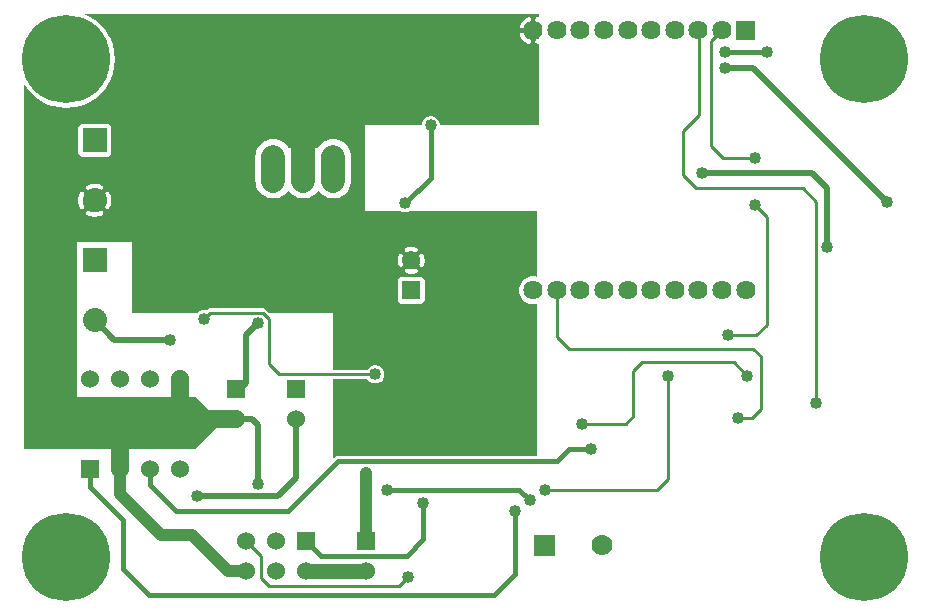
<source format=gbr>
G04 start of page 3 for group 1 idx 1 *
G04 Title: (unknown), solder *
G04 Creator: pcb 20110918 *
G04 CreationDate: Thu 28 Mar 2013 10:59:42 PM GMT UTC *
G04 For: railfan *
G04 Format: Gerber/RS-274X *
G04 PCB-Dimensions: 300000 200000 *
G04 PCB-Coordinate-Origin: lower left *
%MOIN*%
%FSLAX25Y25*%
%LNBOTTOM*%
%ADD56C,0.0450*%
%ADD55C,0.0280*%
%ADD54C,0.0480*%
%ADD53C,0.0380*%
%ADD52C,0.0250*%
%ADD51C,0.0320*%
%ADD50C,0.1285*%
%ADD49C,0.0787*%
%ADD48C,0.0700*%
%ADD47C,0.0640*%
%ADD46C,0.2937*%
%ADD45C,0.0500*%
%ADD44C,0.0400*%
%ADD43C,0.0600*%
%ADD42C,0.0800*%
%ADD41C,0.0200*%
%ADD40C,0.0150*%
%ADD39C,0.0100*%
%ADD38C,0.0001*%
G54D38*G36*
X170065Y194526D02*X170083Y194551D01*
X170268Y194772D01*
X170472Y194976D01*
X170693Y195161D01*
X170930Y195325D01*
X171181Y195467D01*
X171444Y195586D01*
X171551Y195636D01*
X171647Y195704D01*
X171731Y195787D01*
X171802Y195881D01*
X171857Y195986D01*
X171862Y196000D01*
X173395D01*
X173400Y195984D01*
X173455Y195880D01*
X173526Y195784D01*
X173611Y195702D01*
X173708Y195633D01*
X173815Y195583D01*
X174079Y195467D01*
X174330Y195325D01*
X174500Y195208D01*
Y190021D01*
X174330Y189903D01*
X174079Y189761D01*
X173816Y189642D01*
X173709Y189592D01*
X173613Y189524D01*
X173529Y189441D01*
X173458Y189347D01*
X173403Y189242D01*
X173365Y189130D01*
X173345Y189014D01*
X173344Y188896D01*
X173360Y188779D01*
X173395Y188667D01*
X173448Y188561D01*
X173516Y188464D01*
X173598Y188380D01*
X173693Y188309D01*
X173797Y188254D01*
X173909Y188216D01*
X174025Y188196D01*
X174144Y188195D01*
X174260Y188212D01*
X174372Y188249D01*
X174500Y188305D01*
Y161000D01*
X170065D01*
Y188673D01*
X170131Y188628D01*
X170500Y188419D01*
X170886Y188244D01*
X170999Y188208D01*
X171116Y188191D01*
X171235Y188193D01*
X171352Y188213D01*
X171464Y188251D01*
X171569Y188306D01*
X171664Y188377D01*
X171747Y188462D01*
X171815Y188559D01*
X171868Y188665D01*
X171903Y188779D01*
X171920Y188896D01*
X171918Y189014D01*
X171898Y189131D01*
X171860Y189244D01*
X171805Y189349D01*
X171734Y189444D01*
X171649Y189526D01*
X171552Y189595D01*
X171445Y189645D01*
X171181Y189761D01*
X170930Y189903D01*
X170693Y190067D01*
X170472Y190252D01*
X170268Y190456D01*
X170083Y190677D01*
X170065Y190702D01*
Y194526D01*
G37*
G36*
X111000Y196000D02*X169369D01*
X169157Y195788D01*
X168885Y195462D01*
X168644Y195113D01*
X168435Y194744D01*
X168260Y194358D01*
X168224Y194245D01*
X168207Y194128D01*
X168209Y194009D01*
X168229Y193892D01*
X168267Y193780D01*
X168322Y193675D01*
X168393Y193580D01*
X168478Y193497D01*
X168575Y193429D01*
X168681Y193376D01*
X168795Y193341D01*
X168912Y193324D01*
X169030Y193326D01*
X169147Y193346D01*
X169260Y193384D01*
X169364Y193439D01*
X169460Y193510D01*
X169542Y193595D01*
X169611Y193692D01*
X169661Y193799D01*
X169777Y194063D01*
X169919Y194314D01*
X170065Y194526D01*
Y190702D01*
X169919Y190914D01*
X169777Y191165D01*
X169658Y191428D01*
X169608Y191535D01*
X169540Y191631D01*
X169457Y191715D01*
X169363Y191786D01*
X169258Y191841D01*
X169146Y191879D01*
X169030Y191899D01*
X168912Y191900D01*
X168795Y191884D01*
X168683Y191849D01*
X168577Y191796D01*
X168480Y191728D01*
X168396Y191646D01*
X168325Y191551D01*
X168270Y191447D01*
X168232Y191335D01*
X168212Y191219D01*
X168211Y191100D01*
X168228Y190984D01*
X168265Y190872D01*
X168435Y190484D01*
X168644Y190115D01*
X168885Y189766D01*
X169157Y189440D01*
X169456Y189141D01*
X169782Y188869D01*
X170065Y188673D01*
Y161000D01*
X141500D01*
X141472Y161471D01*
X141362Y161930D01*
X141181Y162366D01*
X140935Y162769D01*
X140628Y163128D01*
X140269Y163435D01*
X139866Y163681D01*
X139430Y163862D01*
X138971Y163972D01*
X138500Y164009D01*
X138029Y163972D01*
X137570Y163862D01*
X137134Y163681D01*
X136731Y163435D01*
X136372Y163128D01*
X136065Y162769D01*
X135819Y162366D01*
X135638Y161930D01*
X135528Y161471D01*
X135491Y161000D01*
X111000D01*
Y196000D01*
G37*
G36*
X174500Y198000D02*Y196927D01*
X174374Y196984D01*
X174261Y197020D01*
X174144Y197037D01*
X174025Y197035D01*
X173908Y197015D01*
X173796Y196977D01*
X173691Y196922D01*
X173596Y196851D01*
X173513Y196766D01*
X173445Y196669D01*
X173392Y196563D01*
X173357Y196449D01*
X173340Y196332D01*
X173342Y196214D01*
X173362Y196097D01*
X173400Y195984D01*
X173455Y195880D01*
X173526Y195784D01*
X173611Y195702D01*
X173708Y195633D01*
X173815Y195583D01*
X174079Y195467D01*
X174330Y195325D01*
X174500Y195208D01*
Y190021D01*
X174330Y189903D01*
X174079Y189761D01*
X173816Y189642D01*
X173709Y189592D01*
X173613Y189524D01*
X173529Y189441D01*
X173458Y189347D01*
X173403Y189242D01*
X173365Y189130D01*
X173345Y189014D01*
X173344Y188896D01*
X173360Y188779D01*
X173395Y188667D01*
X173448Y188561D01*
X173516Y188464D01*
X173598Y188380D01*
X173693Y188309D01*
X173797Y188254D01*
X173909Y188216D01*
X174025Y188196D01*
X174144Y188195D01*
X174260Y188212D01*
X174372Y188249D01*
X174500Y188305D01*
Y186500D01*
X170062D01*
Y188676D01*
X170131Y188628D01*
X170500Y188419D01*
X170886Y188244D01*
X170999Y188208D01*
X171116Y188191D01*
X171235Y188193D01*
X171352Y188213D01*
X171464Y188251D01*
X171569Y188306D01*
X171664Y188377D01*
X171747Y188462D01*
X171815Y188559D01*
X171868Y188665D01*
X171903Y188779D01*
X171920Y188896D01*
X171918Y189014D01*
X171898Y189131D01*
X171860Y189244D01*
X171805Y189349D01*
X171734Y189444D01*
X171649Y189526D01*
X171552Y189595D01*
X171445Y189645D01*
X171181Y189761D01*
X170930Y189903D01*
X170693Y190067D01*
X170472Y190252D01*
X170268Y190456D01*
X170083Y190677D01*
X170062Y190707D01*
Y194521D01*
X170083Y194551D01*
X170268Y194772D01*
X170472Y194976D01*
X170693Y195161D01*
X170930Y195325D01*
X171181Y195467D01*
X171444Y195586D01*
X171551Y195636D01*
X171647Y195704D01*
X171731Y195787D01*
X171802Y195881D01*
X171857Y195986D01*
X171895Y196098D01*
X171915Y196214D01*
X171916Y196332D01*
X171900Y196449D01*
X171865Y196561D01*
X171812Y196667D01*
X171744Y196764D01*
X171662Y196848D01*
X171567Y196919D01*
X171463Y196974D01*
X171351Y197012D01*
X171235Y197032D01*
X171116Y197033D01*
X171000Y197016D01*
X170888Y196979D01*
X170500Y196809D01*
X170131Y196600D01*
X170062Y196552D01*
Y198000D01*
X174500D01*
G37*
G36*
X170062Y186500D02*X32803D01*
X32439Y188017D01*
X31465Y190370D01*
X30134Y192542D01*
X28479Y194479D01*
X26542Y196134D01*
X24370Y197465D01*
X23077Y198000D01*
X170062D01*
Y196552D01*
X169782Y196359D01*
X169456Y196087D01*
X169157Y195788D01*
X168885Y195462D01*
X168644Y195113D01*
X168435Y194744D01*
X168260Y194358D01*
X168224Y194245D01*
X168207Y194128D01*
X168209Y194009D01*
X168229Y193892D01*
X168267Y193780D01*
X168322Y193675D01*
X168393Y193580D01*
X168478Y193497D01*
X168575Y193429D01*
X168681Y193376D01*
X168795Y193341D01*
X168912Y193324D01*
X169030Y193326D01*
X169147Y193346D01*
X169260Y193384D01*
X169364Y193439D01*
X169460Y193510D01*
X169542Y193595D01*
X169611Y193692D01*
X169661Y193799D01*
X169777Y194063D01*
X169919Y194314D01*
X170062Y194521D01*
Y190707D01*
X169919Y190914D01*
X169777Y191165D01*
X169658Y191428D01*
X169608Y191535D01*
X169540Y191631D01*
X169457Y191715D01*
X169363Y191786D01*
X169258Y191841D01*
X169146Y191879D01*
X169030Y191899D01*
X168912Y191900D01*
X168795Y191884D01*
X168683Y191849D01*
X168577Y191796D01*
X168480Y191728D01*
X168396Y191646D01*
X168325Y191551D01*
X168270Y191447D01*
X168232Y191335D01*
X168212Y191219D01*
X168211Y191100D01*
X168228Y190984D01*
X168265Y190872D01*
X168435Y190484D01*
X168644Y190115D01*
X168885Y189766D01*
X169157Y189440D01*
X169456Y189141D01*
X169782Y188869D01*
X170062Y188676D01*
Y186500D01*
G37*
G36*
X96000Y196000D02*X116500D01*
Y122000D01*
X96000D01*
Y136608D01*
X96932Y136681D01*
X97840Y136899D01*
X98704Y137257D01*
X99500Y137745D01*
X100211Y138352D01*
X100818Y139063D01*
X101000Y139360D01*
X101182Y139063D01*
X101789Y138352D01*
X102500Y137745D01*
X103296Y137257D01*
X104160Y136899D01*
X105068Y136681D01*
X106000Y136608D01*
X106932Y136681D01*
X107840Y136899D01*
X108704Y137257D01*
X109500Y137745D01*
X110211Y138352D01*
X110818Y139063D01*
X111306Y139859D01*
X111664Y140723D01*
X111882Y141631D01*
X111937Y142563D01*
Y150437D01*
X111882Y151369D01*
X111664Y152277D01*
X111306Y153141D01*
X110818Y153937D01*
X110211Y154648D01*
X109500Y155255D01*
X108704Y155743D01*
X107840Y156101D01*
X106932Y156319D01*
X106000Y156392D01*
X105068Y156319D01*
X104160Y156101D01*
X103296Y155743D01*
X102500Y155255D01*
X101789Y154648D01*
X101182Y153937D01*
X101000Y153640D01*
X100818Y153937D01*
X100211Y154648D01*
X99500Y155255D01*
X98704Y155743D01*
X97840Y156101D01*
X96932Y156319D01*
X96000Y156392D01*
Y196000D01*
G37*
G36*
X30993Y174860D02*X31465Y175630D01*
X32439Y177983D01*
X33034Y180460D01*
X33184Y183000D01*
X33034Y185540D01*
X32439Y188017D01*
X31465Y190370D01*
X30993Y191140D01*
Y196000D01*
X96000D01*
Y156392D01*
X95068Y156319D01*
X94160Y156101D01*
X93296Y155743D01*
X92500Y155255D01*
X91789Y154648D01*
X91182Y153937D01*
X91000Y153640D01*
X90818Y153937D01*
X90211Y154648D01*
X89500Y155255D01*
X88704Y155743D01*
X87840Y156101D01*
X86932Y156319D01*
X86000Y156392D01*
X85068Y156319D01*
X84160Y156101D01*
X83296Y155743D01*
X82500Y155255D01*
X81789Y154648D01*
X81182Y153937D01*
X80694Y153141D01*
X80336Y152277D01*
X80118Y151369D01*
X80063Y150437D01*
Y142563D01*
X80118Y141631D01*
X80336Y140723D01*
X80694Y139859D01*
X81182Y139063D01*
X81789Y138352D01*
X82500Y137745D01*
X83296Y137257D01*
X84160Y136899D01*
X85068Y136681D01*
X86000Y136608D01*
X86932Y136681D01*
X87840Y136899D01*
X88704Y137257D01*
X89500Y137745D01*
X90211Y138352D01*
X90818Y139063D01*
X91000Y139360D01*
X91182Y139063D01*
X91789Y138352D01*
X92500Y137745D01*
X93296Y137257D01*
X94160Y136899D01*
X95068Y136681D01*
X96000Y136608D01*
Y122000D01*
X30993D01*
Y133145D01*
X31078Y133181D01*
X31179Y133243D01*
X31269Y133319D01*
X31345Y133409D01*
X31405Y133511D01*
X31622Y133980D01*
X31789Y134469D01*
X31909Y134972D01*
X31982Y135484D01*
X32006Y136000D01*
X31982Y136516D01*
X31909Y137028D01*
X31789Y137531D01*
X31622Y138020D01*
X31410Y138492D01*
X31349Y138593D01*
X31272Y138684D01*
X31182Y138761D01*
X31080Y138823D01*
X30993Y138860D01*
Y150580D01*
X31183Y150659D01*
X31384Y150783D01*
X31564Y150936D01*
X31717Y151116D01*
X31841Y151317D01*
X31931Y151535D01*
X31986Y151765D01*
X32000Y152000D01*
X31986Y160235D01*
X31931Y160465D01*
X31841Y160683D01*
X31717Y160884D01*
X31564Y161064D01*
X31384Y161217D01*
X31183Y161341D01*
X30993Y161420D01*
Y174860D01*
G37*
G36*
Y122000D02*X26500D01*
Y130494D01*
X27016Y130518D01*
X27528Y130591D01*
X28031Y130711D01*
X28520Y130878D01*
X28992Y131090D01*
X29093Y131151D01*
X29184Y131228D01*
X29261Y131318D01*
X29323Y131420D01*
X29369Y131529D01*
X29397Y131645D01*
X29406Y131763D01*
X29397Y131881D01*
X29370Y131997D01*
X29324Y132107D01*
X29262Y132208D01*
X29186Y132298D01*
X29095Y132376D01*
X28994Y132438D01*
X28885Y132484D01*
X28769Y132511D01*
X28651Y132521D01*
X28532Y132512D01*
X28417Y132484D01*
X28308Y132437D01*
X27968Y132279D01*
X27612Y132158D01*
X27247Y132070D01*
X26875Y132018D01*
X26500Y132000D01*
Y140000D01*
X26875Y139982D01*
X27247Y139930D01*
X27612Y139842D01*
X27968Y139721D01*
X28310Y139567D01*
X28418Y139520D01*
X28533Y139493D01*
X28651Y139483D01*
X28768Y139493D01*
X28883Y139521D01*
X28992Y139566D01*
X29093Y139628D01*
X29182Y139705D01*
X29259Y139795D01*
X29320Y139895D01*
X29365Y140004D01*
X29393Y140119D01*
X29402Y140237D01*
X29392Y140355D01*
X29365Y140469D01*
X29319Y140578D01*
X29257Y140679D01*
X29181Y140769D01*
X29091Y140845D01*
X28989Y140905D01*
X28520Y141122D01*
X28031Y141289D01*
X27528Y141409D01*
X27016Y141482D01*
X26500Y141506D01*
Y150507D01*
X30735Y150514D01*
X30965Y150569D01*
X30993Y150580D01*
Y138860D01*
X30971Y138869D01*
X30855Y138897D01*
X30737Y138906D01*
X30619Y138897D01*
X30503Y138870D01*
X30393Y138824D01*
X30292Y138762D01*
X30202Y138686D01*
X30124Y138595D01*
X30062Y138494D01*
X30016Y138385D01*
X29989Y138269D01*
X29979Y138151D01*
X29988Y138032D01*
X30016Y137917D01*
X30063Y137808D01*
X30221Y137468D01*
X30342Y137112D01*
X30430Y136747D01*
X30482Y136375D01*
X30500Y136000D01*
X30482Y135625D01*
X30430Y135253D01*
X30342Y134888D01*
X30221Y134532D01*
X30067Y134190D01*
X30020Y134082D01*
X29993Y133967D01*
X29983Y133849D01*
X29993Y133732D01*
X30021Y133617D01*
X30066Y133508D01*
X30128Y133407D01*
X30205Y133318D01*
X30295Y133241D01*
X30395Y133180D01*
X30504Y133135D01*
X30619Y133107D01*
X30737Y133098D01*
X30855Y133108D01*
X30969Y133135D01*
X30993Y133145D01*
Y122000D01*
G37*
G36*
Y191140D02*X30134Y192542D01*
X28479Y194479D01*
X26698Y196000D01*
X30993D01*
Y191140D01*
G37*
G36*
X26500Y169841D02*X26542Y169866D01*
X28479Y171521D01*
X30134Y173458D01*
X30993Y174860D01*
Y161420D01*
X30965Y161431D01*
X30735Y161486D01*
X30500Y161500D01*
X26500Y161493D01*
Y169841D01*
G37*
G36*
X22007Y150580D02*X22035Y150569D01*
X22265Y150514D01*
X22500Y150500D01*
X26500Y150507D01*
Y141506D01*
X26500D01*
X25984Y141482D01*
X25472Y141409D01*
X24969Y141289D01*
X24480Y141122D01*
X24008Y140910D01*
X23907Y140849D01*
X23816Y140772D01*
X23739Y140682D01*
X23677Y140580D01*
X23631Y140471D01*
X23603Y140355D01*
X23594Y140237D01*
X23603Y140119D01*
X23630Y140003D01*
X23676Y139893D01*
X23738Y139792D01*
X23814Y139702D01*
X23905Y139624D01*
X24006Y139562D01*
X24115Y139516D01*
X24231Y139489D01*
X24349Y139479D01*
X24468Y139488D01*
X24583Y139516D01*
X24692Y139563D01*
X25032Y139721D01*
X25388Y139842D01*
X25753Y139930D01*
X26125Y139982D01*
X26500Y140000D01*
Y132000D01*
X26125Y132018D01*
X25753Y132070D01*
X25388Y132158D01*
X25032Y132279D01*
X24690Y132433D01*
X24582Y132480D01*
X24467Y132507D01*
X24349Y132517D01*
X24232Y132507D01*
X24117Y132479D01*
X24008Y132434D01*
X23907Y132372D01*
X23818Y132295D01*
X23741Y132205D01*
X23680Y132105D01*
X23635Y131996D01*
X23607Y131881D01*
X23598Y131763D01*
X23608Y131645D01*
X23635Y131531D01*
X23681Y131422D01*
X23743Y131321D01*
X23819Y131231D01*
X23909Y131155D01*
X24011Y131095D01*
X24480Y130878D01*
X24969Y130711D01*
X25472Y130591D01*
X25984Y130518D01*
X26500Y130494D01*
X26500D01*
Y122000D01*
X22007D01*
Y133140D01*
X22029Y133131D01*
X22145Y133103D01*
X22263Y133094D01*
X22381Y133103D01*
X22497Y133130D01*
X22607Y133176D01*
X22708Y133238D01*
X22798Y133314D01*
X22876Y133405D01*
X22938Y133506D01*
X22984Y133615D01*
X23011Y133731D01*
X23021Y133849D01*
X23012Y133968D01*
X22984Y134083D01*
X22937Y134192D01*
X22779Y134532D01*
X22658Y134888D01*
X22570Y135253D01*
X22518Y135625D01*
X22500Y136000D01*
X22518Y136375D01*
X22570Y136747D01*
X22658Y137112D01*
X22779Y137468D01*
X22933Y137810D01*
X22980Y137918D01*
X23007Y138033D01*
X23017Y138151D01*
X23007Y138268D01*
X22979Y138383D01*
X22934Y138492D01*
X22872Y138593D01*
X22795Y138682D01*
X22705Y138759D01*
X22605Y138820D01*
X22496Y138865D01*
X22381Y138893D01*
X22263Y138902D01*
X22145Y138892D01*
X22031Y138865D01*
X22007Y138855D01*
Y150580D01*
G37*
G36*
Y167558D02*X22017Y167561D01*
X24370Y168535D01*
X26500Y169841D01*
Y161493D01*
X22265Y161486D01*
X22035Y161431D01*
X22007Y161420D01*
Y167558D01*
G37*
G36*
X12500Y122000D02*Y167437D01*
X14460Y166966D01*
X17000Y166766D01*
X19540Y166966D01*
X22007Y167558D01*
Y161420D01*
X21817Y161341D01*
X21616Y161217D01*
X21436Y161064D01*
X21283Y160884D01*
X21159Y160683D01*
X21069Y160465D01*
X21014Y160235D01*
X21000Y160000D01*
X21014Y151765D01*
X21069Y151535D01*
X21159Y151317D01*
X21283Y151116D01*
X21436Y150936D01*
X21616Y150783D01*
X21817Y150659D01*
X22007Y150580D01*
Y138855D01*
X21922Y138819D01*
X21821Y138757D01*
X21731Y138681D01*
X21655Y138591D01*
X21595Y138489D01*
X21378Y138020D01*
X21211Y137531D01*
X21091Y137028D01*
X21018Y136516D01*
X20994Y136000D01*
X21018Y135484D01*
X21091Y134972D01*
X21211Y134469D01*
X21378Y133980D01*
X21590Y133508D01*
X21651Y133407D01*
X21728Y133316D01*
X21818Y133239D01*
X21920Y133177D01*
X22007Y133140D01*
Y122000D01*
X12500D01*
G37*
G36*
X135613Y132500D02*X174000D01*
Y110505D01*
X173368Y110656D01*
X172630Y110714D01*
X171892Y110656D01*
X171173Y110484D01*
X170490Y110201D01*
X169859Y109814D01*
X169296Y109334D01*
X168816Y108771D01*
X168429Y108140D01*
X168146Y107457D01*
X167974Y106738D01*
X167916Y106000D01*
X167974Y105262D01*
X168146Y104543D01*
X168429Y103860D01*
X168816Y103229D01*
X169296Y102666D01*
X169859Y102186D01*
X170490Y101799D01*
X171173Y101516D01*
X171892Y101344D01*
X172630Y101286D01*
X173368Y101344D01*
X174000Y101495D01*
Y50750D01*
X135613D01*
Y101630D01*
X135683Y101659D01*
X135884Y101783D01*
X136064Y101936D01*
X136217Y102116D01*
X136341Y102317D01*
X136431Y102535D01*
X136486Y102765D01*
X136500Y103000D01*
X136486Y109235D01*
X136431Y109465D01*
X136341Y109683D01*
X136217Y109884D01*
X136064Y110064D01*
X135884Y110217D01*
X135683Y110341D01*
X135613Y110370D01*
Y113853D01*
X135656Y113860D01*
X135768Y113897D01*
X135873Y113952D01*
X135968Y114022D01*
X136051Y114106D01*
X136119Y114202D01*
X136170Y114308D01*
X136318Y114716D01*
X136422Y115137D01*
X136484Y115567D01*
X136505Y116000D01*
X136484Y116433D01*
X136422Y116863D01*
X136318Y117284D01*
X136175Y117694D01*
X136122Y117800D01*
X136053Y117896D01*
X135970Y117981D01*
X135875Y118051D01*
X135769Y118106D01*
X135657Y118143D01*
X135613Y118151D01*
Y132500D01*
G37*
G36*
Y50750D02*X132000D01*
Y101507D01*
X135235Y101514D01*
X135465Y101569D01*
X135613Y101630D01*
Y50750D01*
G37*
G36*
X132000Y132500D02*X135613D01*
Y118151D01*
X135540Y118163D01*
X135421Y118164D01*
X135304Y118146D01*
X135191Y118110D01*
X135085Y118057D01*
X134988Y117988D01*
X134904Y117905D01*
X134833Y117809D01*
X134779Y117704D01*
X134741Y117592D01*
X134722Y117475D01*
X134721Y117356D01*
X134739Y117239D01*
X134777Y117126D01*
X134876Y116855D01*
X134944Y116575D01*
X134986Y116289D01*
X135000Y116000D01*
X134986Y115711D01*
X134944Y115425D01*
X134876Y115145D01*
X134780Y114872D01*
X134742Y114761D01*
X134725Y114644D01*
X134725Y114526D01*
X134745Y114409D01*
X134782Y114297D01*
X134836Y114193D01*
X134906Y114098D01*
X134991Y114015D01*
X135087Y113946D01*
X135192Y113893D01*
X135305Y113857D01*
X135421Y113840D01*
X135539Y113841D01*
X135613Y113853D01*
Y110370D01*
X135465Y110431D01*
X135235Y110486D01*
X135000Y110500D01*
X132000Y110493D01*
Y111495D01*
X132433Y111516D01*
X132863Y111578D01*
X133284Y111682D01*
X133694Y111825D01*
X133800Y111878D01*
X133896Y111947D01*
X133981Y112030D01*
X134051Y112125D01*
X134106Y112231D01*
X134143Y112343D01*
X134163Y112460D01*
X134164Y112579D01*
X134146Y112696D01*
X134110Y112809D01*
X134057Y112915D01*
X133988Y113012D01*
X133905Y113096D01*
X133809Y113167D01*
X133704Y113221D01*
X133592Y113259D01*
X133475Y113278D01*
X133356Y113279D01*
X133239Y113261D01*
X133126Y113223D01*
X132855Y113124D01*
X132575Y113056D01*
X132289Y113014D01*
X132000Y113000D01*
Y119000D01*
X132289Y118986D01*
X132575Y118944D01*
X132855Y118876D01*
X133128Y118780D01*
X133239Y118742D01*
X133356Y118725D01*
X133474Y118725D01*
X133591Y118745D01*
X133703Y118782D01*
X133807Y118836D01*
X133902Y118906D01*
X133985Y118991D01*
X134054Y119087D01*
X134107Y119192D01*
X134143Y119305D01*
X134160Y119421D01*
X134159Y119539D01*
X134140Y119656D01*
X134103Y119768D01*
X134048Y119873D01*
X133978Y119968D01*
X133894Y120051D01*
X133798Y120119D01*
X133692Y120170D01*
X133284Y120318D01*
X132863Y120422D01*
X132433Y120484D01*
X132000Y120505D01*
Y132500D01*
G37*
G36*
X128387Y101630D02*X128535Y101569D01*
X128765Y101514D01*
X129000Y101500D01*
X132000Y101507D01*
Y50750D01*
X128387D01*
Y101630D01*
G37*
G36*
Y132470D02*X128634Y132319D01*
X129070Y132138D01*
X129529Y132028D01*
X130000Y131991D01*
X130471Y132028D01*
X130930Y132138D01*
X131366Y132319D01*
X131662Y132500D01*
X132000D01*
Y120505D01*
X131567Y120484D01*
X131137Y120422D01*
X130716Y120318D01*
X130306Y120175D01*
X130200Y120122D01*
X130104Y120053D01*
X130019Y119970D01*
X129949Y119875D01*
X129894Y119769D01*
X129857Y119657D01*
X129837Y119540D01*
X129836Y119421D01*
X129854Y119304D01*
X129890Y119191D01*
X129943Y119085D01*
X130012Y118988D01*
X130095Y118904D01*
X130191Y118833D01*
X130296Y118779D01*
X130408Y118741D01*
X130525Y118722D01*
X130644Y118721D01*
X130761Y118739D01*
X130874Y118777D01*
X131145Y118876D01*
X131425Y118944D01*
X131711Y118986D01*
X132000Y119000D01*
Y113000D01*
X131711Y113014D01*
X131425Y113056D01*
X131145Y113124D01*
X130872Y113220D01*
X130761Y113258D01*
X130644Y113275D01*
X130526Y113275D01*
X130409Y113255D01*
X130297Y113218D01*
X130193Y113164D01*
X130098Y113094D01*
X130015Y113009D01*
X129946Y112913D01*
X129893Y112808D01*
X129857Y112695D01*
X129840Y112579D01*
X129841Y112461D01*
X129860Y112344D01*
X129897Y112232D01*
X129952Y112127D01*
X130022Y112032D01*
X130106Y111949D01*
X130202Y111881D01*
X130308Y111830D01*
X130716Y111682D01*
X131137Y111578D01*
X131567Y111516D01*
X132000Y111495D01*
Y110493D01*
X128765Y110486D01*
X128535Y110431D01*
X128387Y110370D01*
Y113849D01*
X128460Y113837D01*
X128579Y113836D01*
X128696Y113854D01*
X128809Y113890D01*
X128915Y113943D01*
X129012Y114012D01*
X129096Y114095D01*
X129167Y114191D01*
X129221Y114296D01*
X129259Y114408D01*
X129278Y114525D01*
X129279Y114644D01*
X129261Y114761D01*
X129223Y114874D01*
X129124Y115145D01*
X129056Y115425D01*
X129014Y115711D01*
X129000Y116000D01*
X129014Y116289D01*
X129056Y116575D01*
X129124Y116855D01*
X129220Y117128D01*
X129258Y117239D01*
X129275Y117356D01*
X129275Y117474D01*
X129255Y117591D01*
X129218Y117703D01*
X129164Y117807D01*
X129094Y117902D01*
X129009Y117985D01*
X128913Y118054D01*
X128808Y118107D01*
X128695Y118143D01*
X128579Y118160D01*
X128461Y118159D01*
X128387Y118147D01*
Y132470D01*
G37*
G36*
X106000Y132500D02*X128338D01*
X128387Y132470D01*
Y118147D01*
X128344Y118140D01*
X128232Y118103D01*
X128127Y118048D01*
X128032Y117978D01*
X127949Y117894D01*
X127881Y117798D01*
X127830Y117692D01*
X127682Y117284D01*
X127578Y116863D01*
X127516Y116433D01*
X127495Y116000D01*
X127516Y115567D01*
X127578Y115137D01*
X127682Y114716D01*
X127825Y114306D01*
X127878Y114200D01*
X127947Y114104D01*
X128030Y114019D01*
X128125Y113949D01*
X128231Y113894D01*
X128343Y113857D01*
X128387Y113849D01*
Y110370D01*
X128317Y110341D01*
X128116Y110217D01*
X127936Y110064D01*
X127783Y109884D01*
X127659Y109683D01*
X127569Y109465D01*
X127514Y109235D01*
X127500Y109000D01*
X127514Y102765D01*
X127569Y102535D01*
X127659Y102317D01*
X127783Y102116D01*
X127936Y101936D01*
X128116Y101783D01*
X128317Y101659D01*
X128387Y101630D01*
Y50750D01*
X107569D01*
X107500Y50755D01*
X107225Y50734D01*
X106958Y50669D01*
X106703Y50564D01*
X106468Y50420D01*
X106259Y50241D01*
X106214Y50189D01*
X106025Y50000D01*
X106000D01*
Y76500D01*
X117401D01*
X117565Y76231D01*
X117872Y75872D01*
X118231Y75565D01*
X118634Y75319D01*
X119070Y75138D01*
X119529Y75028D01*
X120000Y74991D01*
X120471Y75028D01*
X120930Y75138D01*
X121366Y75319D01*
X121769Y75565D01*
X122128Y75872D01*
X122435Y76231D01*
X122681Y76634D01*
X122862Y77070D01*
X122972Y77529D01*
X123000Y78000D01*
X122972Y78471D01*
X122862Y78930D01*
X122681Y79366D01*
X122435Y79769D01*
X122128Y80128D01*
X121769Y80435D01*
X121366Y80681D01*
X120930Y80862D01*
X120471Y80972D01*
X120000Y81009D01*
X119529Y80972D01*
X119070Y80862D01*
X118634Y80681D01*
X118231Y80435D01*
X117872Y80128D01*
X117565Y79769D01*
X117401Y79500D01*
X106000D01*
Y132500D01*
G37*
G36*
X39000Y128000D02*X111500D01*
Y98500D01*
X84621D01*
X83602Y99519D01*
X83564Y99564D01*
X83384Y99717D01*
X83183Y99841D01*
X82965Y99931D01*
X82735Y99986D01*
X82735Y99986D01*
X82500Y100005D01*
X82441Y100000D01*
X65059D01*
X65000Y100005D01*
X64765Y99986D01*
X64535Y99931D01*
X64317Y99841D01*
X64116Y99717D01*
X64115Y99717D01*
X63936Y99564D01*
X63898Y99519D01*
X63777Y99399D01*
X63471Y99472D01*
X63000Y99509D01*
X62529Y99472D01*
X62070Y99362D01*
X61634Y99181D01*
X61231Y98935D01*
X60872Y98628D01*
X60763Y98500D01*
X39000D01*
Y128000D01*
G37*
G36*
X91000Y153500D02*Y157500D01*
X101000D01*
Y153500D01*
X91000D01*
G37*
G36*
X59000Y53000D02*Y61000D01*
X67000D01*
Y60000D01*
X60000Y53000D01*
X59000D01*
G37*
G36*
X12500Y122000D02*Y131500D01*
X22000D01*
Y122000D01*
X12500D01*
G37*
G36*
X59000Y70500D02*X60000D01*
X64500Y66000D01*
Y65000D01*
X59000D01*
Y70500D01*
G37*
G36*
X15995Y124000D02*X20500D01*
Y76676D01*
X20486Y76500D01*
X20500Y76324D01*
Y65646D01*
X20254Y65358D01*
X19925Y64822D01*
X19684Y64240D01*
X19537Y63628D01*
X19488Y63000D01*
X19537Y62372D01*
X19684Y61760D01*
X19925Y61178D01*
X20254Y60642D01*
X20500Y60354D01*
Y53000D01*
X15995D01*
Y62491D01*
X16000Y62491D01*
X16471Y62528D01*
X16930Y62638D01*
X17366Y62819D01*
X17769Y63065D01*
X18128Y63372D01*
X18435Y63731D01*
X18681Y64134D01*
X18862Y64570D01*
X18972Y65029D01*
X19000Y65500D01*
X18972Y65971D01*
X18862Y66430D01*
X18681Y66866D01*
X18435Y67269D01*
X18128Y67628D01*
X17769Y67935D01*
X17366Y68181D01*
X16930Y68362D01*
X16471Y68472D01*
X16000Y68509D01*
X15995Y68509D01*
Y124000D01*
G37*
G36*
X12500D02*X15995D01*
Y68509D01*
X15529Y68472D01*
X15070Y68362D01*
X14634Y68181D01*
X14231Y67935D01*
X13872Y67628D01*
X13565Y67269D01*
X13319Y66866D01*
X13138Y66430D01*
X13028Y65971D01*
X12991Y65500D01*
X13028Y65029D01*
X13138Y64570D01*
X13319Y64134D01*
X13565Y63731D01*
X13872Y63372D01*
X14231Y63065D01*
X14634Y62819D01*
X15070Y62638D01*
X15529Y62528D01*
X15995Y62491D01*
Y53000D01*
X12500D01*
Y124000D01*
G37*
G36*
Y53000D02*Y70500D01*
X60000D01*
Y53000D01*
X12500D01*
G37*
G36*
X17000D02*X3000D01*
Y174872D01*
X3866Y173458D01*
X5521Y171521D01*
X7458Y169866D01*
X9630Y168535D01*
X11983Y167561D01*
X14460Y166966D01*
X17000Y166766D01*
Y68333D01*
X16930Y68362D01*
X16471Y68472D01*
X16000Y68509D01*
X15529Y68472D01*
X15070Y68362D01*
X14634Y68181D01*
X14231Y67935D01*
X13872Y67628D01*
X13565Y67269D01*
X13319Y66866D01*
X13138Y66430D01*
X13028Y65971D01*
X12991Y65500D01*
X13028Y65029D01*
X13138Y64570D01*
X13319Y64134D01*
X13565Y63731D01*
X13872Y63372D01*
X14231Y63065D01*
X14634Y62819D01*
X15070Y62638D01*
X15529Y62528D01*
X16000Y62491D01*
X16471Y62528D01*
X16930Y62638D01*
X17000Y62667D01*
Y53000D01*
G37*
G54D39*X84500Y96500D02*X82500Y98500D01*
G54D40*X138500Y143500D02*X130000Y135000D01*
X138500Y161000D02*Y143500D01*
G54D39*X120000Y78000D02*X88000D01*
X84500Y81500D01*
Y96500D01*
X82500Y98500D02*X65000D01*
G54D41*X77000Y91000D02*X81000Y95000D01*
G54D42*X96000Y146500D02*Y160000D01*
G54D39*X217500Y43000D02*Y77500D01*
X180500Y105996D02*X180504Y106000D01*
X184500Y86500D02*X180500Y90500D01*
Y105996D01*
G54D40*X192000Y53000D02*X184500D01*
G54D39*X189000Y61500D02*X203500D01*
X206000Y64000D01*
Y79000D01*
G54D40*X184500Y53000D02*X180500Y49000D01*
G54D39*X176500Y39500D02*X214000D01*
X217500Y43000D01*
X206000Y79000D02*X209000Y82000D01*
X239500D01*
X244000Y77500D01*
X246000Y86500D02*X184500D01*
X241000Y63500D02*X245500D01*
X248500Y66500D01*
Y84000D01*
X246000Y86500D01*
X65000Y98500D02*X63000Y96500D01*
G54D43*X55000Y76500D02*Y63000D01*
G54D41*X77000Y75000D02*Y91000D01*
Y75000D02*X73500Y71500D01*
X93500Y61500D02*Y43500D01*
X87500Y37500D01*
X60500D01*
X73500Y63000D02*X79000D01*
X81000Y61000D01*
Y41500D01*
G54D40*X53500Y32500D02*X91000D01*
X107500Y49000D02*X91000Y32500D01*
G54D39*X82000Y10000D02*X84500Y7500D01*
G54D44*X71000Y12500D02*X77000D01*
G54D39*Y22500D02*X82000Y17500D01*
Y10000D01*
G54D40*X102000Y17500D02*X97000Y22500D01*
G54D44*X59000Y24500D02*X71000Y12500D01*
G54D40*X45000Y46500D02*Y41000D01*
G54D44*X48500Y24500D02*X59000D01*
G54D40*X25000Y46500D02*Y40500D01*
X36000Y29500D01*
X45000Y41000D02*X53500Y32500D01*
G54D44*X48500Y24500D02*X35000Y38000D01*
G54D40*X36000Y29500D02*Y13000D01*
X44500Y4500D01*
G54D43*X73500Y63000D02*X23500D01*
G54D44*X35000Y38000D02*Y50000D01*
G54D43*Y63000D02*Y46500D01*
G54D41*X51500Y89500D02*X33000D01*
X26500Y96000D01*
G54D44*X117000Y22500D02*Y45000D01*
G54D40*X136000Y23000D02*X130500Y17500D01*
X166500Y33500D02*Y11500D01*
X136000Y35000D02*Y23000D01*
X166500Y11500D02*X159500Y4500D01*
G54D39*X128000Y7500D02*X131000Y10500D01*
G54D40*X130500Y17500D02*X102000D01*
G54D45*X97000Y12500D02*X117000D01*
G54D40*X159500Y4500D02*X44500D01*
G54D39*X84500Y7500D02*X128000D01*
G54D40*X168000Y39500D02*X124000D01*
X171500Y36000D02*X168000Y39500D01*
X180500Y49000D02*X107500D01*
G54D41*X236500Y180000D02*X246000D01*
G54D40*X236500Y185500D02*X250500D01*
G54D39*X228000Y164500D02*Y192362D01*
X227748Y192614D01*
X232000Y154000D02*Y188992D01*
X235622Y192614D01*
G54D41*X246000Y180000D02*X290500Y135500D01*
X270500Y140000D02*X265500Y145000D01*
G54D39*X267000Y135500D02*X262500Y140000D01*
G54D41*X270500Y120500D02*Y140000D01*
G54D39*X237500Y91000D02*X247000D01*
X250500Y94500D01*
Y130500D01*
X246500Y134500D01*
G54D41*X265500Y145000D02*X229000D01*
G54D39*X267000Y68500D02*Y135500D01*
X262500Y140000D02*X227000D01*
X222500Y144500D01*
Y159000D01*
X228000Y164500D01*
X246500Y150000D02*X236000D01*
X232000Y154000D01*
G54D46*X283000Y183000D03*
G54D38*G36*
X240296Y195814D02*Y189414D01*
X246696D01*
Y195814D01*
X240296D01*
G37*
G54D47*X235622Y192614D03*
X227748D03*
X219874D03*
X212000D03*
X204126D03*
X243496Y106000D03*
X235622D03*
X227748D03*
X219874D03*
X212000D03*
X204126D03*
G54D38*G36*
X172788Y24500D02*Y17500D01*
X179788D01*
Y24500D01*
X172788D01*
G37*
G54D48*X195500Y21000D03*
G54D38*G36*
X94000Y25500D02*Y19500D01*
X100000D01*
Y25500D01*
X94000D01*
G37*
G54D43*X87000Y22500D03*
X77000D03*
G54D38*G36*
X114000Y25500D02*Y19500D01*
X120000D01*
Y25500D01*
X114000D01*
G37*
G54D43*X97000Y12500D03*
G54D38*G36*
X90500Y76000D02*Y70000D01*
X96500D01*
Y76000D01*
X90500D01*
G37*
G54D43*X93500Y63000D03*
X87000Y12500D03*
X77000D03*
G54D38*G36*
X70500Y76000D02*Y70000D01*
X76500D01*
Y76000D01*
X70500D01*
G37*
G54D43*X73500Y63000D03*
G54D46*X283000Y17000D03*
G54D43*X117000Y12500D03*
G54D47*X196252Y192614D03*
X188378D03*
X180504D03*
X172630D03*
X196252Y106000D03*
X188378D03*
X180504D03*
G54D46*X17000Y17000D03*
G54D42*X26500Y96000D03*
G54D38*G36*
X22000Y49500D02*Y43500D01*
X28000D01*
Y49500D01*
X22000D01*
G37*
G54D43*X25000Y76500D03*
X35000Y46500D03*
Y76500D03*
X45000Y46500D03*
X55000D03*
Y76500D03*
X45000D03*
G54D47*X172630Y106000D03*
G54D38*G36*
X129000Y109000D02*Y103000D01*
X135000D01*
Y109000D01*
X129000D01*
G37*
G54D43*X132000Y116000D03*
G54D49*X106000Y146500D03*
X96000D03*
G54D38*G36*
X82063Y150437D02*Y142563D01*
X89937D01*
Y150437D01*
X82063D01*
G37*
G54D46*X17000Y183000D03*
G54D38*G36*
X22500Y120000D02*Y112000D01*
X30500D01*
Y120000D01*
X22500D01*
G37*
G36*
Y160000D02*Y152000D01*
X30500D01*
Y160000D01*
X22500D01*
G37*
G54D42*X26500Y136000D03*
G54D49*X96000Y150437D02*Y142563D01*
X106000Y150437D02*Y142563D01*
X86000Y150437D02*Y142563D01*
G54D44*X130000Y135000D03*
X138500Y161000D03*
X121000Y182000D03*
X119500Y195500D03*
X120000Y78000D03*
X113500Y133000D03*
X108500D03*
X148500Y126500D03*
X153500D03*
X246500Y150000D03*
Y134500D03*
X229000Y145000D03*
X270500Y120500D03*
X237500Y91000D03*
X267000Y68500D03*
X244000Y77500D03*
X290500Y135500D03*
X236500Y185500D03*
X250500D03*
X236500Y180000D03*
X241000Y63500D03*
X217500Y77500D03*
X16000Y65500D03*
X189000Y61500D03*
X137000Y66500D03*
X81000Y41500D03*
X131000Y10500D03*
X117000Y45000D03*
X136000Y35000D03*
X124000Y39500D03*
X60500Y37500D03*
X166500Y32500D03*
X171500Y36000D03*
X154000Y53000D03*
X176500Y39500D03*
X152500Y83500D03*
X169000Y71500D03*
X192000Y53000D03*
X16000Y70000D03*
X63000Y96500D03*
X42500Y181000D03*
X37500D03*
X51500Y89500D03*
X96000Y160000D03*
Y165000D03*
Y170000D03*
Y175500D03*
X103500Y133000D03*
X98500D03*
X93500D03*
X81000Y95000D03*
X94500Y180500D03*
X99500D03*
X94500Y185500D03*
X109500Y190500D03*
X104500D03*
X99500Y185500D03*
Y190500D03*
X94500D03*
X89500D03*
Y195500D03*
X94500D03*
X99500D03*
X104500D03*
X109500D03*
X114500D03*
Y185000D03*
Y180000D03*
G54D41*G54D50*G54D51*G54D52*G54D53*G54D50*G54D53*G54D51*G54D50*G54D54*G54D55*G54D51*G54D53*G54D56*G54D50*G54D54*M02*

</source>
